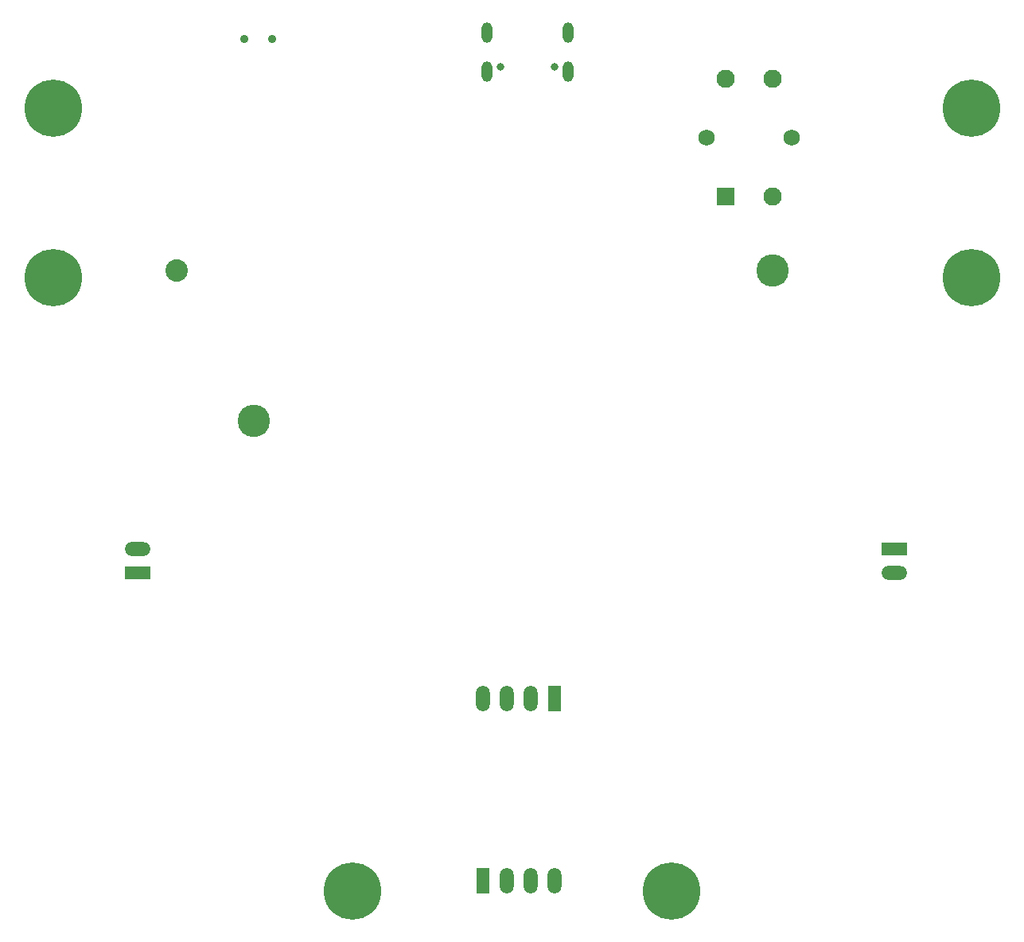
<source format=gbs>
G04*
G04 #@! TF.GenerationSoftware,Altium Limited,Altium Designer,23.8.1 (32)*
G04*
G04 Layer_Color=16711935*
%FSLAX25Y25*%
%MOIN*%
G70*
G04*
G04 #@! TF.SameCoordinates,36DDD1C1-7BD6-4DAF-97DA-8CC6A3F3F012*
G04*
G04*
G04 #@! TF.FilePolarity,Negative*
G04*
G01*
G75*
%ADD94C,0.13583*%
%ADD95C,0.09400*%
%ADD96C,0.06902*%
%ADD97R,0.07690X0.07690*%
%ADD98C,0.07690*%
%ADD99R,0.10800X0.05800*%
%ADD100O,0.10800X0.05800*%
%ADD101O,0.05800X0.10800*%
%ADD102R,0.05800X0.10800*%
%ADD103C,0.24028*%
%ADD104C,0.03543*%
%ADD105C,0.03150*%
%ADD106O,0.04528X0.08661*%
D94*
X109208Y362188D02*
D03*
X-108292Y299188D02*
D03*
D95*
X-140692Y362188D02*
D03*
D96*
X81556Y417976D02*
D03*
X116989D02*
D03*
D97*
X89430Y393370D02*
D03*
D98*
Y442582D02*
D03*
X109115Y393370D02*
D03*
Y442582D02*
D03*
D99*
X160000Y245500D02*
D03*
X-157000Y235500D02*
D03*
D100*
X160000D02*
D03*
X-157000Y245500D02*
D03*
D101*
X17773Y106476D02*
D03*
X7773D02*
D03*
X-2227D02*
D03*
X-12227Y182976D02*
D03*
X-2227D02*
D03*
X7773D02*
D03*
D102*
X-12227Y106476D02*
D03*
X17773Y182976D02*
D03*
D103*
X192351Y430279D02*
D03*
X-66929Y102338D02*
D03*
X66929D02*
D03*
X-192294Y359413D02*
D03*
Y430279D02*
D03*
X192351Y359413D02*
D03*
D104*
X-112318Y459389D02*
D03*
X-100507D02*
D03*
D105*
X-4855Y447606D02*
D03*
X17900D02*
D03*
D106*
X-10485Y461976D02*
D03*
X23530D02*
D03*
X-10485Y445519D02*
D03*
X23530D02*
D03*
M02*

</source>
